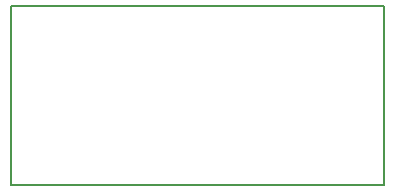
<source format=gm1>
G04 MADE WITH FRITZING*
G04 WWW.FRITZING.ORG*
G04 DOUBLE SIDED*
G04 HOLES PLATED*
G04 CONTOUR ON CENTER OF CONTOUR VECTOR*
%ASAXBY*%
%FSLAX23Y23*%
%MOIN*%
%OFA0B0*%
%SFA1.0B1.0*%
%ADD10R,1.252870X0.606642*%
%ADD11C,0.008000*%
%ADD10C,0.008*%
%LNCONTOUR*%
G90*
G70*
G54D10*
G54D11*
X4Y603D02*
X1249Y603D01*
X1249Y4D01*
X4Y4D01*
X4Y603D01*
D02*
G04 End of contour*
M02*
</source>
